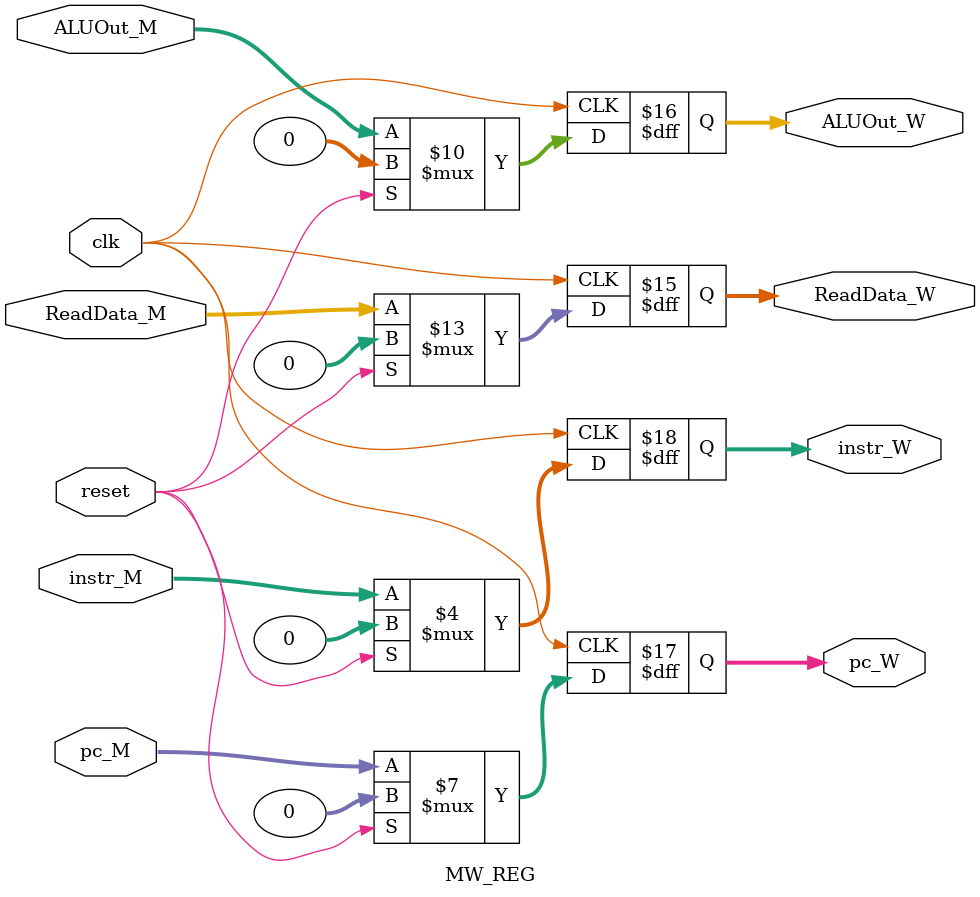
<source format=v>
module MW_REG(
		input clk,
		input reset,
		input [31:0] ReadData_M,
		input [31:0] ALUOut_M,
		output reg [31:0] ReadData_W,
		output reg [31:0] ALUOut_W,
		input [31:0] pc_M,
		output reg [31:0] pc_W,
		input [31:0]instr_M,
		output reg [31:0] instr_W
    );
always@(posedge clk)begin
if (reset)begin
		ReadData_W<=0;
		ALUOut_W<=0;
		pc_W<=0;
		instr_W<=0;
    end
else begin
		ReadData_W<=ReadData_M;
		ALUOut_W<=ALUOut_M;
		pc_W<=pc_M;
		instr_W<=instr_M;
end
end
initial begin
		ReadData_W<=0;
		ALUOut_W<=0;
		pc_W<=0;
		instr_W=0;
end
endmodule

</source>
